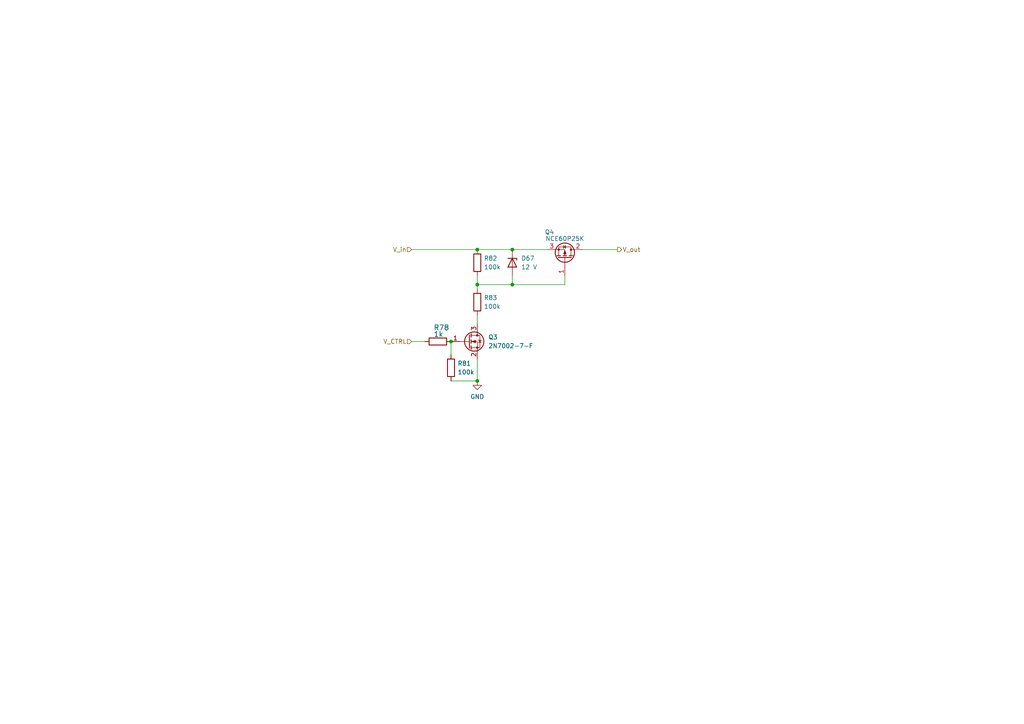
<source format=kicad_sch>
(kicad_sch (version 20231120) (generator "eeschema") (generator_version "8.0")
  (paper "A4")
  (title_block (title "High side switch") (date "2023-21-11") (rev "0.2.0") (company "University of Tartu") (comment 1 "Licensed under CERN-OHL-P"))
  (lib_symbols
    (symbol "Device:D_Zener" (pin_numbers hide) (pin_names (offset 1.016) hide)
      (property "Reference" "D" (at 0 2.54 0))
      (property "Value" "D_Zener" (at 0 -2.54 0))
      (symbol "D_Zener_0_1"
        (polyline (pts (xy 1.27 0) (xy -1.27 0)))
        (polyline (pts (xy -1.27 -1.27) (xy -1.27 1.27) (xy -0.762 1.27)) (stroke (width 0.254)))
        (polyline (pts (xy 1.27 -1.27) (xy 1.27 1.27) (xy -1.27 0) (xy 1.27 -1.27)) (stroke (width 0.254)))
      )
      (symbol "D_Zener_1_1"
        (pin passive line (at -3.81 0 0) (length 2.54) (name "K") (number "1"))
        (pin passive line (at 3.81 0 180) (length 2.54) (name "A") (number "2"))
      )
    )
    (symbol "Device:Q_PMOS_GDS" (pin_names (offset 0) hide)
      (property "Reference" "Q" (at 5.08 1.27 0))
      (property "Value" "Q_PMOS_GDS" (at 5.08 -1.27 0))
      (symbol "Q_PMOS_GDS_0_1"
        (polyline (pts (xy 0.254 0) (xy -2.54 0)))
        (polyline (pts (xy 0.254 1.905) (xy 0.254 -1.905)) (stroke (width 0.254)))
        (polyline (pts (xy 0.762 -1.27) (xy 0.762 -2.286)) (stroke (width 0.254)))
        (polyline (pts (xy 0.762 0.508) (xy 0.762 -0.508)) (stroke (width 0.254)))
        (polyline (pts (xy 0.762 2.286) (xy 0.762 1.27)) (stroke (width 0.254)))
        (polyline (pts (xy 2.54 2.54) (xy 2.54 1.778)))
        (polyline (pts (xy 2.54 -2.54) (xy 2.54 0) (xy 0.762 0)))
        (polyline (pts (xy 0.762 1.778) (xy 3.302 1.778) (xy 3.302 -1.778) (xy 0.762 -1.778)))
        (polyline (pts (xy 2.286 0) (xy 1.27 0.381) (xy 1.27 -0.381) (xy 2.286 0)) (fill (type outline)))
        (polyline (pts (xy 2.794 -0.508) (xy 2.921 -0.381) (xy 3.683 -0.381) (xy 3.81 -0.254)))
        (polyline (pts (xy 3.302 -0.381) (xy 2.921 0.254) (xy 3.683 0.254) (xy 3.302 -0.381)))
        (circle (center 1.651 0) (radius 2.794) (stroke (width 0.254)))
        (circle (center 2.54 -1.778) (radius 0.254) (fill (type outline)))
        (circle (center 2.54 1.778) (radius 0.254) (fill (type outline)))
      )
      (symbol "Q_PMOS_GDS_1_1"
        (pin input line (at -5.08 0 0) (length 2.54) (name "G") (number "1"))
        (pin passive line (at 2.54 5.08 270) (length 2.54) (name "D") (number "2"))
        (pin passive line (at 2.54 -5.08 90) (length 2.54) (name "S") (number "3"))
      )
    )
    (symbol "Device:R" (pin_numbers hide) (pin_names (offset 0))
      (property "Reference" "R" (at 2.032 0 90))
      (property "Value" "R" (at 0 0 90))
      (symbol "R_0_1"
        (rectangle (start -1.016 -2.54) (end 1.016 2.54) (stroke (width 0.254)))
      )
      (symbol "R_1_1"
        (pin passive line (at 0 3.81 270) (length 1.27) (name "~") (number "1"))
        (pin passive line (at 0 -3.81 90) (length 1.27) (name "~") (number "2"))
      )
    )
    (symbol "Transistor_FET:2N7002" (pin_names hide)
      (property "Reference" "Q" (at 5.08 1.905 0))
      (property "Value" "2N7002" (at 5.08 0 0))
      (symbol "2N7002_0_1"
        (polyline (pts (xy 0.254 0) (xy -2.54 0)))
        (polyline (pts (xy 0.254 1.905) (xy 0.254 -1.905)) (stroke (width 0.254)))
        (polyline (pts (xy 0.762 -1.27) (xy 0.762 -2.286)) (stroke (width 0.254)))
        (polyline (pts (xy 0.762 0.508) (xy 0.762 -0.508)) (stroke (width 0.254)))
        (polyline (pts (xy 0.762 2.286) (xy 0.762 1.27)) (stroke (width 0.254)))
        (polyline (pts (xy 2.54 2.54) (xy 2.54 1.778)))
        (polyline (pts (xy 2.54 -2.54) (xy 2.54 0) (xy 0.762 0)))
        (polyline (pts (xy 0.762 -1.778) (xy 3.302 -1.778) (xy 3.302 1.778) (xy 0.762 1.778)))
        (polyline (pts (xy 1.016 0) (xy 2.032 0.381) (xy 2.032 -0.381) (xy 1.016 0)) (fill (type outline)))
        (polyline (pts (xy 2.794 0.508) (xy 2.921 0.381) (xy 3.683 0.381) (xy 3.81 0.254)))
        (polyline (pts (xy 3.302 0.381) (xy 2.921 -0.254) (xy 3.683 -0.254) (xy 3.302 0.381)))
        (circle (center 1.651 0) (radius 2.794) (stroke (width 0.254)))
        (circle (center 2.54 -1.778) (radius 0.254) (fill (type outline)))
        (circle (center 2.54 1.778) (radius 0.254) (fill (type outline)))
      )
      (symbol "2N7002_1_1"
        (pin input line (at -5.08 0 0) (length 2.54) (name "G") (number "1"))
        (pin passive line (at 2.54 -5.08 90) (length 2.54) (name "S") (number "2"))
        (pin passive line (at 2.54 5.08 270) (length 2.54) (name "D") (number "3"))
      )
    )
    (symbol "power:GND" (power) (pin_numbers hide) (pin_names (offset 0) hide)
      (property "Value" "GND" (at 0 -3.81 0))
      (symbol "GND_0_1"
        (polyline (pts (xy 0 0) (xy 0 -1.27) (xy 1.27 -1.27) (xy 0 -2.54) (xy -1.27 -1.27) (xy 0 -1.27)))
      )
      (symbol "GND_1_1"
        (pin power_in line (at 0 0 270) (length 0) (name "~") (number "1"))
      )
    )
  )
  (junction (at 138.43 110.49))
  (junction (at 148.59 72.39))
  (junction (at 130.81 99.06))
  (junction (at 148.59 82.55))
  (junction (at 138.43 72.39))
  (junction (at 138.43 82.55))
  (wire (pts (xy 138.43 104.14) (xy 138.43 110.49)))
  (wire (pts (xy 138.43 91.44) (xy 138.43 93.98)))
  (wire (pts (xy 163.83 80.01) (xy 163.83 82.55)))
  (wire (pts (xy 148.59 80.01) (xy 148.59 82.55)))
  (wire (pts (xy 138.43 82.55) (xy 138.43 83.82)))
  (wire (pts (xy 138.43 80.01) (xy 138.43 82.55)))
  (wire (pts (xy 168.91 72.39) (xy 179.07 72.39)))
  (wire (pts (xy 148.59 82.55) (xy 138.43 82.55)))
  (wire (pts (xy 158.75 72.39) (xy 148.59 72.39)))
  (wire (pts (xy 119.38 72.39) (xy 138.43 72.39)))
  (wire (pts (xy 119.38 99.06) (xy 123.19 99.06)))
  (wire (pts (xy 163.83 82.55) (xy 148.59 82.55)))
  (wire (pts (xy 138.43 72.39) (xy 148.59 72.39)))
  (wire (pts (xy 138.43 110.49) (xy 130.81 110.49)))
  (wire (pts (xy 130.81 99.06) (xy 130.81 102.87)))
  (hierarchical_label "V_CTRL" (shape input) (at 119.38 99.06 180))
  (hierarchical_label "V_in" (shape input) (at 119.38 72.39 180))
  (hierarchical_label "V_out" (shape output) (at 179.07 72.39 0))
  (symbol (lib_id "Device:R") (at 138.43 87.63 0) (unit 1)
    (property "Reference" "R83" (at 140.335 86.3599 0) (effects (justify left)))
    (property "Value" "100k" (at 140.335 88.8999 0) (effects (justify left)))
    (property "Footprint" "Resistor_SMD:R_0603_1608Metric" (effects (hide yes)))
    (property "Datasheet" "https://datasheet.lcsc.com/lcsc/2206010045_UNI-ROYAL-Uniroyal-Elec-0603WAF1003T5E_C25803.pdf" (effects (hide yes)))
    (property "LCSC Part" "C25803" (effects (hide yes)))
    (instances (project "mainboard" (path "" (reference "R83") (unit 1)) (path "" (reference "R77") (unit 1))))
  )
  (symbol (lib_id "Device:R") (at 138.43 76.2 0) (unit 1)
    (property "Reference" "R82" (at 140.335 74.9299 0) (effects (justify left)))
    (property "Value" "100k" (at 140.335 77.4699 0) (effects (justify left)))
    (property "Footprint" "Resistor_SMD:R_0603_1608Metric" (effects (hide yes)))
    (property "Datasheet" "https://datasheet.lcsc.com/lcsc/2206010045_UNI-ROYAL-Uniroyal-Elec-0603WAF1003T5E_C25803.pdf" (effects (hide yes)))
    (property "LCSC Part" "C25803" (effects (hide yes)))
    (instances (project "mainboard" (path "" (reference "R82") (unit 1)) (path "" (reference "R60") (unit 1))))
  )
  (symbol (lib_id "Device:R") (at 127 99.06 270) (unit 1)
    (property "Reference" "R78" (at 125.73 95.885 90) (effects (font (size 1.4986 1.4986)) (justify left bottom)))
    (property "Value" "1k" (at 125.73 97.79 90) (effects (font (size 1.4986 1.4986)) (justify left bottom)))
    (property "Footprint" "Resistor_SMD:R_0603_1608Metric" (effects (hide yes)))
    (property "Datasheet" "https://datasheet.lcsc.com/lcsc/2206010130_UNI-ROYAL-Uniroyal-Elec-0603WAF1001T5E_C21190.pdf" (effects (hide yes)))
    (property "LCSC Part" "C21190" (effects (hide yes)))
    (instances (project "mainboard" (path "" (reference "R78") (unit 1)) (path "" (reference "R28") (unit 1))))
  )
  (symbol (lib_id "Device:R") (at 130.81 106.68 0) (unit 1)
    (property "Reference" "R81" (at 132.715 105.4099 0) (effects (justify left)))
    (property "Value" "100k" (at 132.715 107.9499 0) (effects (justify left)))
    (property "Footprint" "Resistor_SMD:R_0603_1608Metric" (effects (hide yes)))
    (property "Datasheet" "https://datasheet.lcsc.com/lcsc/2206010045_UNI-ROYAL-Uniroyal-Elec-0603WAF1003T5E_C25803.pdf" (effects (hide yes)))
    (property "LCSC Part" "C25803" (effects (hide yes)))
    (instances (project "mainboard" (path "" (reference "R81") (unit 1)) (path "" (reference "R29") (unit 1))))
  )
  (symbol (lib_id "power:GND") (at 138.43 110.49 0) (unit 1)
    (property "Reference" "#PWR052" (effects (hide yes)))
    (property "Value" "GND" (at 138.43 115.062 0))
    (property "Description" "Power symbol creates a global label with name \"GND\" , ground" (effects (hide yes)))
    (instances (project "mainboard" (path "" (reference "#PWR052") (unit 1)) (path "" (reference "#PWR051") (unit 1))))
  )
  (symbol (lib_id "Device:Q_PMOS_GDS") (at 163.83 74.93 270) (mirror x) (unit 1)
    (property "Reference" "Q4" (at 159.385 67.31 90))
    (property "Value" "NCE60P25K" (at 163.83 69.215 90))
    (property "Footprint" "Package_TO_SOT_SMD:TO-252-2" (effects (hide yes)))
    (property "Datasheet" "https://datasheet.lcsc.com/lcsc/1810241809_Wuxi-NCE-Power-Semiconductor-NCE60P25K_C130105.pdf" (effects (hide yes)))
    (property "LCSC Part" "C130105" (effects (hide yes)))
    (instances (project "mainboard" (path "" (reference "Q4") (unit 1)) (path "" (reference "Q2") (unit 1))))
  )
  (symbol (lib_id "Device:D_Zener") (at 148.59 76.2 270) (unit 1)
    (property "Reference" "D67" (at 151.13 74.93 90) (effects (justify left)))
    (property "Value" "12 V" (at 151.13 77.47 90) (effects (justify left)))
    (property "Footprint" "Diode_SMD:D_SOD-123" (effects (hide yes)))
    (property "Datasheet" "https://datasheet.lcsc.com/lcsc/2304140030_Diodes-Incorporated-DDZ12C-7_C151340.pdf" (effects (hide yes)))
    (property "LCSC Part" "C151340" (effects (hide yes)))
    (instances (project "mainboard" (path "" (reference "D67") (unit 1)) (path "" (reference "D64") (unit 1))))
  )
  (symbol (lib_id "Transistor_FET:2N7002") (at 135.89 99.06 0) (unit 1)
    (property "Reference" "Q3" (at 141.605 97.7899 0) (effects (justify left)))
    (property "Value" "2N7002-7-F" (at 141.605 100.3299 0) (effects (justify left)))
    (property "Footprint" "Package_TO_SOT_SMD:SOT-23" (effects (hide yes)))
    (property "Datasheet" "https://www.onsemi.com/pub/Collateral/NDS7002A-D.PDF" (effects (hide yes)))
    (property "Description" "0.115A Id, 60V Vds, N-Channel MOSFET, SOT-23" (effects (hide yes)))
    (property "LCSC Part" "C53550" (effects (hide yes)))
    (instances (project "mainboard" (path "" (reference "Q3") (unit 1)) (path "" (reference "Q1") (unit 1))))
  )
)
</source>
